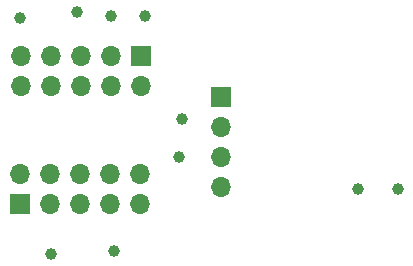
<source format=gbr>
%TF.GenerationSoftware,KiCad,Pcbnew,5.1.8-db9833491~88~ubuntu20.04.1*%
%TF.CreationDate,2021-01-09T18:38:11-05:00*%
%TF.ProjectId,v2.1_breakout,76322e31-5f62-4726-9561-6b6f75742e6b,rev?*%
%TF.SameCoordinates,Original*%
%TF.FileFunction,Soldermask,Bot*%
%TF.FilePolarity,Negative*%
%FSLAX46Y46*%
G04 Gerber Fmt 4.6, Leading zero omitted, Abs format (unit mm)*
G04 Created by KiCad (PCBNEW 5.1.8-db9833491~88~ubuntu20.04.1) date 2021-01-09 18:38:11*
%MOMM*%
%LPD*%
G01*
G04 APERTURE LIST*
%ADD10C,1.000000*%
%ADD11O,1.700000X1.700000*%
%ADD12R,1.700000X1.700000*%
G04 APERTURE END LIST*
D10*
%TO.C,TP10*%
X52700000Y-168300000D03*
%TD*%
%TO.C,TP9*%
X49500000Y-148000000D03*
%TD*%
%TO.C,TP8*%
X47300000Y-168500000D03*
%TD*%
%TO.C,TP7*%
X44700000Y-148500000D03*
%TD*%
%TO.C,TP6*%
X76700000Y-163000000D03*
%TD*%
%TO.C,TP5*%
X73300000Y-163000000D03*
%TD*%
%TO.C,TP4*%
X58400000Y-157100000D03*
%TD*%
%TO.C,TP3*%
X55300000Y-148400000D03*
%TD*%
%TO.C,TP2*%
X58200000Y-160300000D03*
%TD*%
%TO.C,TP1*%
X52400000Y-148400000D03*
%TD*%
D11*
%TO.C,J4*%
X61700000Y-162820000D03*
X61700000Y-160280000D03*
X61700000Y-157740000D03*
D12*
X61700000Y-155200000D03*
%TD*%
D11*
%TO.C,J3*%
X54860000Y-161760000D03*
X54860000Y-164300000D03*
X52320000Y-161760000D03*
X52320000Y-164300000D03*
X49780000Y-161760000D03*
X49780000Y-164300000D03*
X47240000Y-161760000D03*
X47240000Y-164300000D03*
X44700000Y-161760000D03*
D12*
X44700000Y-164300000D03*
%TD*%
D11*
%TO.C,J1*%
X44810000Y-154340000D03*
X44810000Y-151800000D03*
X47350000Y-154340000D03*
X47350000Y-151800000D03*
X49890000Y-154340000D03*
X49890000Y-151800000D03*
X52430000Y-154340000D03*
X52430000Y-151800000D03*
X54970000Y-154340000D03*
D12*
X54970000Y-151800000D03*
%TD*%
M02*

</source>
